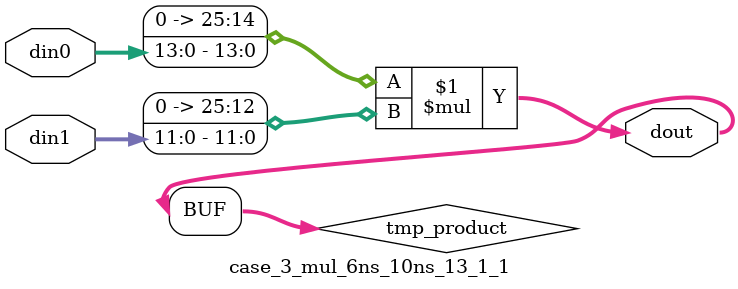
<source format=v>

`timescale 1 ns / 1 ps

 (* use_dsp = "no" *)  module case_3_mul_6ns_10ns_13_1_1(din0, din1, dout);
parameter ID = 1;
parameter NUM_STAGE = 0;
parameter din0_WIDTH = 14;
parameter din1_WIDTH = 12;
parameter dout_WIDTH = 26;

input [din0_WIDTH - 1 : 0] din0; 
input [din1_WIDTH - 1 : 0] din1; 
output [dout_WIDTH - 1 : 0] dout;

wire signed [dout_WIDTH - 1 : 0] tmp_product;
























assign tmp_product = $signed({1'b0, din0}) * $signed({1'b0, din1});











assign dout = tmp_product;





















endmodule

</source>
